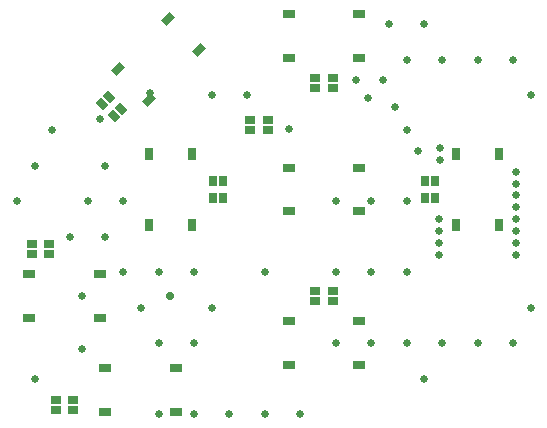
<source format=gts>
G04*
G04 #@! TF.GenerationSoftware,Altium Limited,Altium Designer,24.4.1 (13)*
G04*
G04 Layer_Color=8388736*
%FSLAX44Y44*%
%MOMM*%
G71*
G04*
G04 #@! TF.SameCoordinates,756635CD-87F4-41CE-B67A-FD93177F9C21*
G04*
G04*
G04 #@! TF.FilePolarity,Negative*
G04*
G01*
G75*
%ADD12R,0.7000X1.0000*%
G04:AMPARAMS|DCode=13|XSize=1mm|YSize=0.7mm|CornerRadius=0mm|HoleSize=0mm|Usage=FLASHONLY|Rotation=45.000|XOffset=0mm|YOffset=0mm|HoleType=Round|Shape=Rectangle|*
%AMROTATEDRECTD13*
4,1,4,-0.1061,-0.6010,-0.6010,-0.1061,0.1061,0.6010,0.6010,0.1061,-0.1061,-0.6010,0.0*
%
%ADD13ROTATEDRECTD13*%

%ADD14R,1.0000X0.7000*%
%ADD15R,0.8500X0.6500*%
G04:AMPARAMS|DCode=16|XSize=0.65mm|YSize=0.85mm|CornerRadius=0mm|HoleSize=0mm|Usage=FLASHONLY|Rotation=45.000|XOffset=0mm|YOffset=0mm|HoleType=Round|Shape=Rectangle|*
%AMROTATEDRECTD16*
4,1,4,0.0707,-0.5303,-0.5303,0.0707,-0.0707,0.5303,0.5303,-0.0707,0.0707,-0.5303,0.0*
%
%ADD16ROTATEDRECTD16*%

%ADD17R,0.6500X0.8500*%
%ADD18C,0.6500*%
G04:AMPARAMS|DCode=19|XSize=0.65mm|YSize=0.65mm|CornerRadius=0.2mm|HoleSize=0mm|Usage=FLASHONLY|Rotation=45.000|XOffset=0mm|YOffset=0mm|HoleType=Round|Shape=RoundedRectangle|*
%AMROUNDEDRECTD19*
21,1,0.6500,0.2500,0,0,45.0*
21,1,0.2500,0.6500,0,0,45.0*
1,1,0.4000,0.1768,0.0000*
1,1,0.4000,0.0000,-0.1768*
1,1,0.4000,-0.1768,0.0000*
1,1,0.4000,0.0000,0.1768*
%
%ADD19ROUNDEDRECTD19*%
D12*
X121500Y180000D02*
D03*
Y240000D02*
D03*
X158500Y180000D02*
D03*
Y240000D02*
D03*
X381500Y180000D02*
D03*
Y240000D02*
D03*
X418500Y180000D02*
D03*
Y240000D02*
D03*
D13*
X95705Y311868D02*
D03*
X138132Y354295D02*
D03*
X121868Y285705D02*
D03*
X164295Y328132D02*
D03*
D14*
X20000Y138500D02*
D03*
X80000D02*
D03*
X20000Y101500D02*
D03*
X80000D02*
D03*
X85000Y58500D02*
D03*
X145000D02*
D03*
X85000Y21500D02*
D03*
X145000D02*
D03*
X240000Y98500D02*
D03*
X300000D02*
D03*
X240000Y61500D02*
D03*
X300000D02*
D03*
X240000Y228500D02*
D03*
X300000D02*
D03*
X240000Y191500D02*
D03*
X300000D02*
D03*
X240000Y358500D02*
D03*
X300000D02*
D03*
X240000Y321500D02*
D03*
X300000D02*
D03*
D15*
X222250Y269250D02*
D03*
Y260750D02*
D03*
X207750Y269250D02*
D03*
Y260750D02*
D03*
X57250Y31750D02*
D03*
Y23250D02*
D03*
X42750Y31750D02*
D03*
Y23250D02*
D03*
X277250Y124250D02*
D03*
Y115750D02*
D03*
X262750Y124250D02*
D03*
Y115750D02*
D03*
X37250Y164250D02*
D03*
Y155750D02*
D03*
X22750Y164250D02*
D03*
Y155750D02*
D03*
X277250Y304250D02*
D03*
Y295750D02*
D03*
X262750Y304250D02*
D03*
Y295750D02*
D03*
D16*
X98132Y277879D02*
D03*
X92121Y271868D02*
D03*
X87879Y288132D02*
D03*
X81868Y282121D02*
D03*
D17*
X364250Y202750D02*
D03*
X355750D02*
D03*
X364250Y217250D02*
D03*
X355750D02*
D03*
X184250Y202750D02*
D03*
X175750D02*
D03*
X184250Y217250D02*
D03*
X175750D02*
D03*
D18*
X330000Y280000D02*
D03*
X432500Y215000D02*
D03*
Y225000D02*
D03*
X339997Y259998D02*
D03*
X65000Y75000D02*
D03*
Y120000D02*
D03*
X99997Y139998D02*
D03*
X84997Y169998D02*
D03*
X24997Y49998D02*
D03*
X297500Y302500D02*
D03*
X307500Y287500D02*
D03*
X320000Y302500D02*
D03*
X350000Y242500D02*
D03*
X80000Y270000D02*
D03*
X429997Y319998D02*
D03*
X444997Y289998D02*
D03*
Y109998D02*
D03*
X429997Y79998D02*
D03*
X399997Y319998D02*
D03*
Y79998D02*
D03*
X369997Y319998D02*
D03*
Y79998D02*
D03*
X354997Y349998D02*
D03*
X339997Y319998D02*
D03*
Y199998D02*
D03*
Y139998D02*
D03*
Y79998D02*
D03*
X354997Y49998D02*
D03*
X324997Y349998D02*
D03*
X309997Y199998D02*
D03*
Y139998D02*
D03*
Y79998D02*
D03*
X279997Y199998D02*
D03*
Y139998D02*
D03*
Y79998D02*
D03*
X249997Y19998D02*
D03*
X219997Y139998D02*
D03*
Y19998D02*
D03*
X204997Y289998D02*
D03*
X189997Y19998D02*
D03*
X174997Y289998D02*
D03*
X159997Y139998D02*
D03*
X174997Y109998D02*
D03*
X159997Y79998D02*
D03*
Y19998D02*
D03*
X129997Y139998D02*
D03*
Y79998D02*
D03*
Y19998D02*
D03*
X99997Y199998D02*
D03*
X114997Y109998D02*
D03*
X84997Y229998D02*
D03*
X69997Y199998D02*
D03*
X39997Y259998D02*
D03*
X54997Y169998D02*
D03*
X24997Y229998D02*
D03*
X9997Y199998D02*
D03*
X262750Y295750D02*
D03*
X95705Y311868D02*
D03*
X122929Y291716D02*
D03*
X37250Y164250D02*
D03*
X57250Y31750D02*
D03*
X262750Y115750D02*
D03*
X277250Y124250D02*
D03*
X262750D02*
D03*
X98132Y277879D02*
D03*
X240000Y261000D02*
D03*
X184250Y202750D02*
D03*
Y217250D02*
D03*
X175750D02*
D03*
X207750Y260750D02*
D03*
Y269250D02*
D03*
X222250D02*
D03*
X262750Y304250D02*
D03*
X277250D02*
D03*
X368000Y235000D02*
D03*
Y245000D02*
D03*
X92121Y271868D02*
D03*
X277250Y295750D02*
D03*
X355750Y202750D02*
D03*
X367500Y185000D02*
D03*
Y175000D02*
D03*
Y165000D02*
D03*
Y155000D02*
D03*
X432639Y164861D02*
D03*
X432500Y175000D02*
D03*
Y155000D02*
D03*
Y205000D02*
D03*
Y195000D02*
D03*
Y185000D02*
D03*
D19*
X140000Y120000D02*
D03*
M02*

</source>
